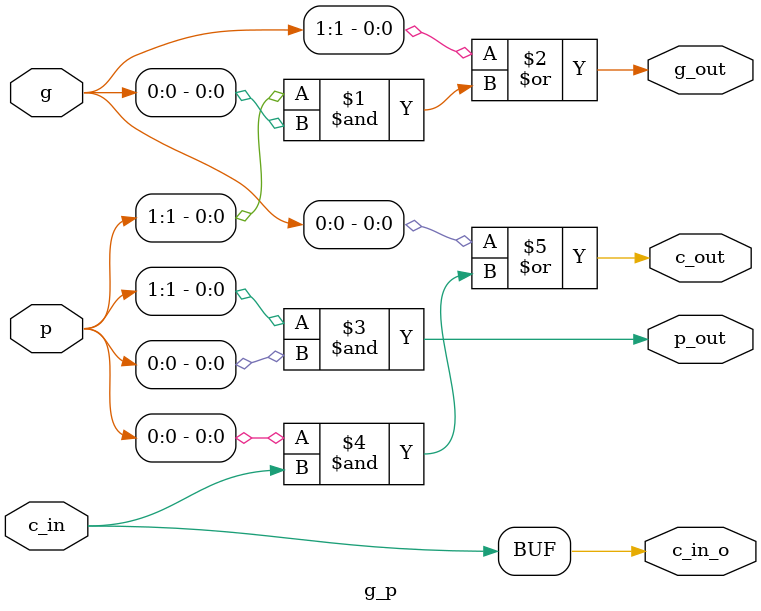
<source format=v>
`timescale 1ns / 1ps
module g_p(
    input [1:0] g,
    input [1:0] p,
    input [0:0] c_in,
    output [0:0] c_in_o,
    output [0:0] c_out,
    output [0:0] g_out,
    output [0:0] p_out
    );
	 assign g_out = g[1]|p[1]&g[0];
	 assign p_out = p[1]&p[0];
	 assign c_out = g[0]|p[0]&c_in;
	 assign c_in_o=c_in;

endmodule

</source>
